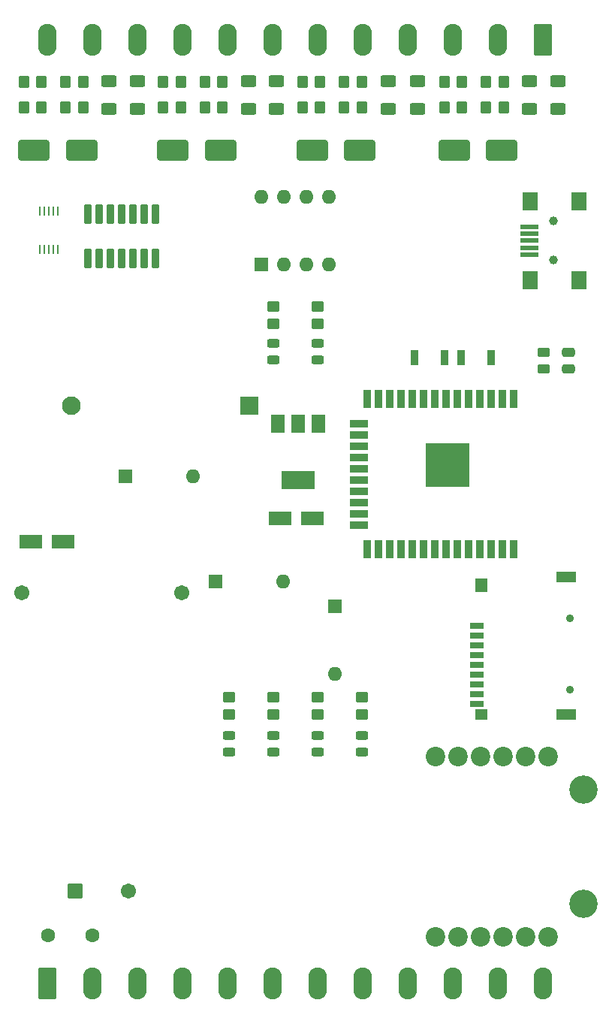
<source format=gts>
G04 #@! TF.GenerationSoftware,KiCad,Pcbnew,8.0.4*
G04 #@! TF.CreationDate,2024-11-14T12:53:51+07:00*
G04 #@! TF.ProjectId,Ver04,56657230-342e-46b6-9963-61645f706362,rev?*
G04 #@! TF.SameCoordinates,Original*
G04 #@! TF.FileFunction,Soldermask,Top*
G04 #@! TF.FilePolarity,Negative*
%FSLAX46Y46*%
G04 Gerber Fmt 4.6, Leading zero omitted, Abs format (unit mm)*
G04 Created by KiCad (PCBNEW 8.0.4) date 2024-11-14 12:53:51*
%MOMM*%
%LPD*%
G01*
G04 APERTURE LIST*
G04 Aperture macros list*
%AMRoundRect*
0 Rectangle with rounded corners*
0 $1 Rounding radius*
0 $2 $3 $4 $5 $6 $7 $8 $9 X,Y pos of 4 corners*
0 Add a 4 corners polygon primitive as box body*
4,1,4,$2,$3,$4,$5,$6,$7,$8,$9,$2,$3,0*
0 Add four circle primitives for the rounded corners*
1,1,$1+$1,$2,$3*
1,1,$1+$1,$4,$5*
1,1,$1+$1,$6,$7*
1,1,$1+$1,$8,$9*
0 Add four rect primitives between the rounded corners*
20,1,$1+$1,$2,$3,$4,$5,0*
20,1,$1+$1,$4,$5,$6,$7,0*
20,1,$1+$1,$6,$7,$8,$9,0*
20,1,$1+$1,$8,$9,$2,$3,0*%
G04 Aperture macros list end*
%ADD10RoundRect,0.250000X-0.450000X0.350000X-0.450000X-0.350000X0.450000X-0.350000X0.450000X0.350000X0*%
%ADD11RoundRect,0.250000X1.050000X0.550000X-1.050000X0.550000X-1.050000X-0.550000X1.050000X-0.550000X0*%
%ADD12R,1.600000X1.600000*%
%ADD13O,1.600000X1.600000*%
%ADD14RoundRect,0.250000X-0.350000X-0.450000X0.350000X-0.450000X0.350000X0.450000X-0.350000X0.450000X0*%
%ADD15RoundRect,0.250000X-0.625000X0.400000X-0.625000X-0.400000X0.625000X-0.400000X0.625000X0.400000X0*%
%ADD16R,2.100000X2.100000*%
%ADD17C,2.100000*%
%ADD18RoundRect,0.243750X0.456250X-0.243750X0.456250X0.243750X-0.456250X0.243750X-0.456250X-0.243750X0*%
%ADD19R,1.500000X2.000000*%
%ADD20R,3.800000X2.000000*%
%ADD21C,2.200000*%
%ADD22C,3.200000*%
%ADD23RoundRect,0.250000X1.500000X0.900000X-1.500000X0.900000X-1.500000X-0.900000X1.500000X-0.900000X0*%
%ADD24R,0.250000X1.100000*%
%ADD25RoundRect,0.250000X0.450000X-0.350000X0.450000X0.350000X-0.450000X0.350000X-0.450000X-0.350000X0*%
%ADD26R,0.900000X1.700000*%
%ADD27RoundRect,0.250000X-1.050000X-0.550000X1.050000X-0.550000X1.050000X0.550000X-1.050000X0.550000X0*%
%ADD28R,0.900000X2.000000*%
%ADD29R,2.000000X0.900000*%
%ADD30R,5.000000X5.000000*%
%ADD31C,1.000000*%
%ADD32R,2.000000X0.500000*%
%ADD33R,1.700000X2.000000*%
%ADD34RoundRect,0.102000X0.750000X-0.750000X0.750000X0.750000X-0.750000X0.750000X-0.750000X-0.750000X0*%
%ADD35C,1.704000*%
%ADD36RoundRect,0.249999X-0.790001X-1.550001X0.790001X-1.550001X0.790001X1.550001X-0.790001X1.550001X0*%
%ADD37O,2.080000X3.600000*%
%ADD38RoundRect,0.250000X-0.475000X0.250000X-0.475000X-0.250000X0.475000X-0.250000X0.475000X0.250000X0*%
%ADD39C,0.900000*%
%ADD40R,1.600000X0.700000*%
%ADD41R,2.200000X1.200000*%
%ADD42R,1.400000X1.600000*%
%ADD43R,1.400000X1.200000*%
%ADD44RoundRect,0.249999X0.790001X1.550001X-0.790001X1.550001X-0.790001X-1.550001X0.790001X-1.550001X0*%
%ADD45C,1.600000*%
%ADD46RoundRect,0.056280X0.345720X-1.030720X0.345720X1.030720X-0.345720X1.030720X-0.345720X-1.030720X0*%
%ADD47RoundRect,0.250000X-0.450000X0.262500X-0.450000X-0.262500X0.450000X-0.262500X0.450000X0.262500X0*%
G04 APERTURE END LIST*
D10*
X67500000Y-115800000D03*
X67500000Y-117800000D03*
X82500000Y-115800000D03*
X82500000Y-117800000D03*
D11*
X48800000Y-98300000D03*
X45200000Y-98300000D03*
D10*
X72500000Y-71800000D03*
X72500000Y-73800000D03*
D12*
X71200000Y-67100000D03*
D13*
X73740000Y-67100000D03*
X76280000Y-67100000D03*
X78820000Y-67100000D03*
X78820000Y-59480000D03*
X76280000Y-59480000D03*
X73740000Y-59480000D03*
X71200000Y-59480000D03*
D14*
X44400000Y-49400000D03*
X46400000Y-49400000D03*
D15*
X69700000Y-46450000D03*
X69700000Y-49550000D03*
D16*
X69789087Y-83000000D03*
D17*
X49789087Y-83000000D03*
D14*
X60100000Y-49400000D03*
X62100000Y-49400000D03*
D18*
X72500000Y-122037500D03*
X72500000Y-120162500D03*
D19*
X77600000Y-85050000D03*
X75300000Y-85050000D03*
D20*
X75300000Y-91350000D03*
D19*
X73000000Y-85050000D03*
D21*
X103505000Y-122535000D03*
X100965000Y-122535000D03*
X98425000Y-122535000D03*
X95885000Y-122535000D03*
X93345000Y-122535000D03*
X90805000Y-122535000D03*
X90805000Y-142855000D03*
X93345000Y-142855000D03*
X95885000Y-142855000D03*
X98425000Y-142855000D03*
X100965000Y-142855000D03*
X103505000Y-142855000D03*
D22*
X107465000Y-126245000D03*
X107465000Y-139153000D03*
D14*
X96500000Y-46500000D03*
X98500000Y-46500000D03*
D23*
X98300000Y-54200000D03*
X92900000Y-54200000D03*
D14*
X64800000Y-46500000D03*
X66800000Y-46500000D03*
D24*
X46200000Y-65350000D03*
X46700000Y-65350000D03*
X47200000Y-65350000D03*
X47700000Y-65350000D03*
X48200000Y-65350000D03*
X48200000Y-61050000D03*
X47700000Y-61050000D03*
X47200000Y-61050000D03*
X46700000Y-61050000D03*
X46200000Y-61050000D03*
D25*
X77500000Y-73800000D03*
X77500000Y-71800000D03*
D26*
X88400000Y-77600000D03*
X91800000Y-77600000D03*
D15*
X88800000Y-46450000D03*
X88800000Y-49550000D03*
D27*
X73300000Y-95700000D03*
X76900000Y-95700000D03*
D14*
X91800000Y-46500000D03*
X93800000Y-46500000D03*
D18*
X82500000Y-122037500D03*
X82500000Y-120162500D03*
D23*
X66600000Y-54200000D03*
X61200000Y-54200000D03*
D15*
X85500000Y-46450000D03*
X85500000Y-49550000D03*
D14*
X80500000Y-46500000D03*
X82500000Y-46500000D03*
D18*
X77500000Y-77837500D03*
X77500000Y-75962500D03*
D28*
X99655000Y-82200000D03*
X98385000Y-82200000D03*
X97115000Y-82200000D03*
X95845000Y-82200000D03*
X94575000Y-82200000D03*
X93305000Y-82200000D03*
X92035000Y-82200000D03*
X90765000Y-82200000D03*
X89495000Y-82200000D03*
X88225000Y-82200000D03*
X86955000Y-82200000D03*
X85685000Y-82200000D03*
X84415000Y-82200000D03*
X83145000Y-82200000D03*
D29*
X82145000Y-84985000D03*
X82145000Y-86255000D03*
X82145000Y-87525000D03*
X82145000Y-88795000D03*
X82145000Y-90065000D03*
X82145000Y-91335000D03*
X82145000Y-92605000D03*
X82145000Y-93875000D03*
X82145000Y-95145000D03*
X82145000Y-96415000D03*
D28*
X83145000Y-99200000D03*
X84415000Y-99200000D03*
X85685000Y-99200000D03*
X86955000Y-99200000D03*
X88225000Y-99200000D03*
X89495000Y-99200000D03*
X90765000Y-99200000D03*
X92035000Y-99200000D03*
X93305000Y-99200000D03*
X94575000Y-99200000D03*
X95845000Y-99200000D03*
X97115000Y-99200000D03*
X98385000Y-99200000D03*
X99655000Y-99200000D03*
D30*
X92155000Y-89700000D03*
D15*
X54000000Y-46450000D03*
X54000000Y-49550000D03*
D14*
X96500000Y-49400000D03*
X98500000Y-49400000D03*
X75800000Y-46500000D03*
X77800000Y-46500000D03*
D31*
X104100000Y-66600000D03*
X104100000Y-62200000D03*
D32*
X101400000Y-66000000D03*
X101400000Y-65200000D03*
X101400000Y-64400000D03*
X101400000Y-63600000D03*
X101400000Y-62800000D03*
D33*
X101500000Y-68850000D03*
X106950000Y-68850000D03*
X101500000Y-59950000D03*
X106950000Y-59950000D03*
D34*
X50200000Y-137700000D03*
D35*
X56200000Y-137700000D03*
X44200000Y-104100000D03*
X62200000Y-104100000D03*
D15*
X72900000Y-46450000D03*
X72900000Y-49550000D03*
D36*
X47060000Y-148122500D03*
D37*
X52140000Y-148122500D03*
X57220000Y-148122500D03*
X62300000Y-148122500D03*
X67380000Y-148122500D03*
X72460000Y-148122500D03*
X77540000Y-148122500D03*
X82620000Y-148122500D03*
X87700000Y-148122500D03*
X92780000Y-148122500D03*
X97860000Y-148122500D03*
X102940000Y-148122500D03*
D18*
X77500000Y-122037500D03*
X77500000Y-120162500D03*
D38*
X105800000Y-76950000D03*
X105800000Y-78850000D03*
D14*
X44400000Y-46500000D03*
X46400000Y-46500000D03*
D15*
X101400000Y-46450000D03*
X101400000Y-49550000D03*
D14*
X49100000Y-49400000D03*
X51100000Y-49400000D03*
D18*
X72500000Y-77837500D03*
X72500000Y-75962500D03*
D39*
X105978145Y-106984968D03*
X105978145Y-114984968D03*
D40*
X95478145Y-107784968D03*
X95478145Y-108884968D03*
X95478145Y-109984968D03*
X95478145Y-111084968D03*
X95478145Y-112184968D03*
X95478145Y-113284968D03*
X95478145Y-114384968D03*
X95478145Y-115484968D03*
X95478145Y-116584968D03*
D41*
X105578145Y-102284968D03*
D42*
X95978145Y-103184968D03*
D41*
X105578145Y-117784968D03*
D43*
X95978145Y-117784968D03*
D14*
X60100000Y-46500000D03*
X62100000Y-46500000D03*
X80500000Y-49400000D03*
X82500000Y-49400000D03*
D44*
X102940000Y-41777500D03*
D37*
X97860000Y-41777500D03*
X92780000Y-41777500D03*
X87700000Y-41777500D03*
X82620000Y-41777500D03*
X77540000Y-41777500D03*
X72460000Y-41777500D03*
X67380000Y-41777500D03*
X62300000Y-41777500D03*
X57220000Y-41777500D03*
X52140000Y-41777500D03*
X47060000Y-41777500D03*
D45*
X47100000Y-142700000D03*
X52100000Y-142700000D03*
D14*
X49100000Y-46500000D03*
X51100000Y-46500000D03*
D46*
X51590000Y-66375000D03*
X52860000Y-66375000D03*
X54130000Y-66375000D03*
X55400000Y-66375000D03*
X56670000Y-66375000D03*
X57940000Y-66375000D03*
X59210000Y-66375000D03*
X59210000Y-61425000D03*
X57940000Y-61425000D03*
X56670000Y-61425000D03*
X55400000Y-61425000D03*
X54130000Y-61425000D03*
X52860000Y-61425000D03*
X51590000Y-61425000D03*
D15*
X104600000Y-46450000D03*
X104600000Y-49550000D03*
D14*
X64800000Y-49400000D03*
X66800000Y-49400000D03*
D23*
X82300000Y-54200000D03*
X76900000Y-54200000D03*
D14*
X75800000Y-49400000D03*
X77800000Y-49400000D03*
X91800000Y-49400000D03*
X93800000Y-49400000D03*
D26*
X97100000Y-77600000D03*
X93700000Y-77600000D03*
D10*
X77500000Y-115800000D03*
X77500000Y-117800000D03*
D23*
X50900000Y-54200000D03*
X45500000Y-54200000D03*
D18*
X67500000Y-122037500D03*
X67500000Y-120162500D03*
D15*
X57200000Y-46450000D03*
X57200000Y-49550000D03*
D10*
X72500000Y-115800000D03*
X72500000Y-117800000D03*
D47*
X103000000Y-76987500D03*
X103000000Y-78812500D03*
D12*
X79500000Y-105590000D03*
D13*
X79500000Y-113210000D03*
D12*
X65990000Y-102800000D03*
D13*
X73610000Y-102800000D03*
D12*
X55877000Y-90959000D03*
D13*
X63497000Y-90959000D03*
M02*

</source>
